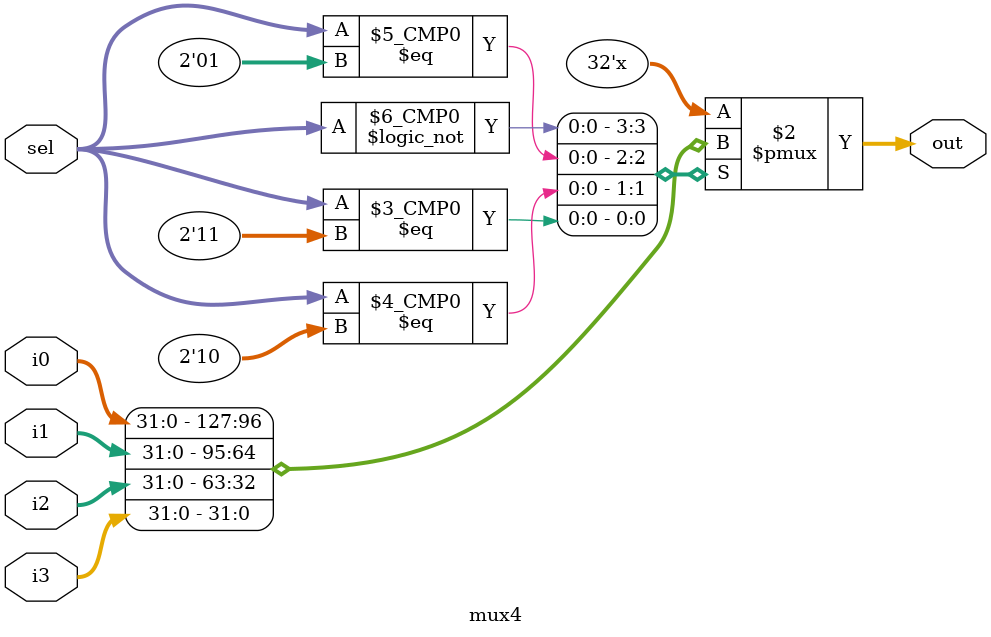
<source format=v>

module mux4 #(
    parameter WIDTH = 32
)(
    input wire [WIDTH - 1:0] i0, i1, i2, i3,
    input wire [1:0] sel,
    output reg [WIDTH - 1:0] out
);

always @(*) begin
    case (sel)
        2'b00: out = i0;
        2'b01: out = i1;
        2'b10: out = i2;
        2'b11: out = i3;
    endcase
end

endmodule
</source>
